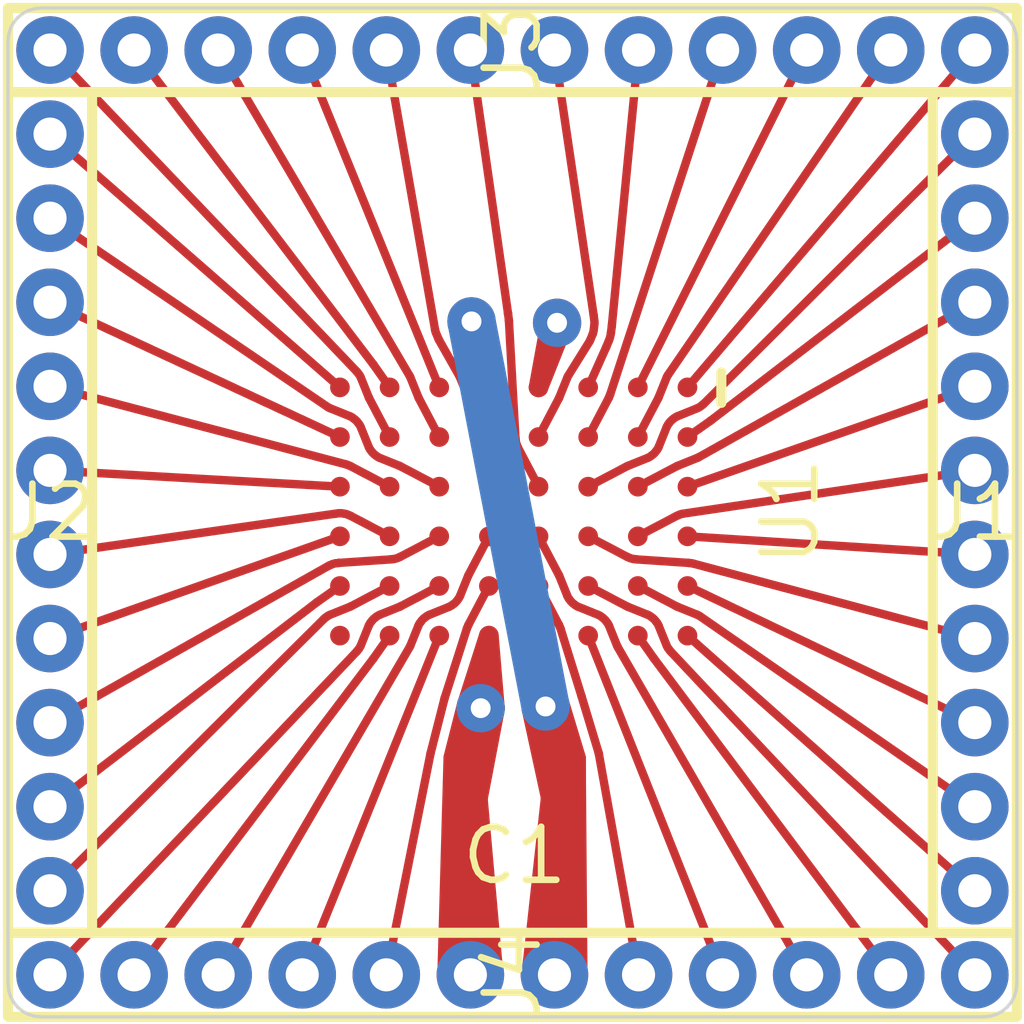
<source format=kicad_pcb>
(kicad_pcb (version 20221018) (generator jitx)
  (layers (0 F.Cu signal) (31 B.Cu signal) (34 "B.Paste" user) (35 "F.Paste" user) (36 "B.SilkS" user "B.Silkscreen") (37 "F.SilkS" user "F.Silkscreen") (38 "B.Mask" user) (39 "F.Mask" user) (44 "Edge.Cuts" user))
  (net 1 "escape26_p")
  (net 2 "escape30_p")
  (net 3 "escape21_p")
  (net 4 "escape17_p")
  (net 5 "escape11_p")
  (net 6 "gnd")
  (net 7 "escape31_p")
  (net 8 "escape36_p")
  (net 9 "escape7_p")
  (net 10 "escape0_p")
  (net 11 "escape25_p")
  (net 12 "escape38_p")
  (net 13 "escape18_p")
  (net 14 "escape3_p")
  (net 15 "escape39_p")
  (net 16 "escape13_p")
  (net 17 "escape33_p")
  (net 18 "escape19_p")
  (net 19 "escape29_p")
  (net 20 "escape1_p")
  (net 21 "escape16_p")
  (net 22 "escape41_p")
  (net 23 "escape28_p")
  (net 24 "escape32_p")
  (net 25 "escape27_p")
  (net 26 "escape9_p")
  (net 27 "escape42_p")
  (net 28 "escape23_p")
  (net 29 "escape5_p")
  (net 30 "escape4_p")
  (net 31 "escape8_p")
  (net 32 "escape34_p")
  (net 33 "escape40_p")
  (net 34 "escape2_p")
  (net 35 "escape12_p")
  (net 36 "escape6_p")
  (net 37 "escape20_p")
  (net 38 "escape22_p")
  (net 39 "escape35_p")
  (net 40 "escape15_p")
  (net 41 "escape10_p")
  (net 42 "escape14_p")
  (net 43 "escape43_p")
  (net 44 "escape24_p")
  (footprint "two-layer:dummy0" (layer F.Cu) (at 138.922138518044 111.613107795784 0.0))
  (footprint "two-layer:dummy1" (layer F.Cu) (at 139.020554608917 110.517156120321 0.0))
  (footprint "two-layer:dummy2" (layer F.Cu) (at 138.865 113.58466298777 0.0))
  (footprint "two-layer:dummy3" (layer F.Cu) (at 140.08501213039 105.572730389646 0.0))
  (footprint "two-layer:dummy4" (layer F.Cu) (at 139.441189078856 108.022815843429 0.0))
  (footprint "two-layer:dummy5" (layer F.Cu) (at 140.135 113.58466298777 0.0))
  (footprint "two-layer:dummy6" (layer F.Cu) (at 140.122043369987 111.60023983014 0.0))
  (footprint "two-layer:dummy7" (layer F.Cu) (at 138.962531070267 105.562200313368 0.0))
  (footprint "two-layer:dummy8" (layer F.Cu) (at 140.000364312803 110.504288154677 0.0))
  (footprint "two-layer:LP_MY_COMPONENT" (layer F.Cu) (at 139.519298295625 107.986172624616 270.0)
    (fp_text value "~" hide)
    (fp_text reference "U1")
  )
  (footprint "two-layer:Pkg0603" (layer F.Cu) (at 139.533722427171 112.159325975541 270.0)
    (fp_text value "22u" hide)
    (fp_text reference "C1")
  )
  (footprint "two-layer:PIN_GRID_1" (layer F.Cu) (at 146.485 108.0 0.0)
    (fp_text value "~" hide)
    (fp_text reference "J1")
  )
  (footprint "two-layer:PIN_GRID_1" (layer F.Cu) (at 132.515 108.0 0.0)
    (fp_text value "~" hide)
    (fp_text reference "J2")
  )
  (footprint "two-layer:PIN_GRID" (layer F.Cu) (at 139.5 101.015 90.0)
    (fp_text value "~" hide)
    (fp_text reference "J3")
  )
  (footprint "two-layer:PIN_GRID" (layer F.Cu) (at 139.5 114.985 90.0)
    (fp_text value "~" hide)
    (fp_text reference "J4")
  )
  (segment (start 140.644298295625 109.861172624616) (end 142.675 114.985) (layer F.Cu) (width 0.127) (net 33))
  (segment (start 141.394298295625 107.611172624616) (end 141.976587966564 107.304900602358) (layer F.Cu) (width 0.127) (net 34))
  (arc (start 141.976587966564 107.304900602358) (mid 141.985656638786 107.30041899424) (end 141.994939803169 107.296400476326) (layer F.Cu) (width 0.127) (net 34))
  (segment (start 141.994939803169 107.296400476326) (end 142.29365678808 107.175944772905) (layer F.Cu) (width 0.127) (net 34))
  (arc (start 142.29365678808 107.175944772905) (mid 142.305415888208 107.170758868596) (end 142.316818590616 107.164830258547) (layer F.Cu) (width 0.127) (net 34))
  (segment (start 142.316818590616 107.164830258547) (end 146.485 104.825) (layer F.Cu) (width 0.127) (net 34))
  (segment (start 136.894298295625 106.861172624616) (end 132.515 104.825) (layer F.Cu) (width 0.127) (net 35))
  (segment (start 140.644298295625 108.361172624616) (end 141.226587966564 108.667444646873) (layer F.Cu) (width 0.127) (net 36))
  (arc (start 141.226587966564 108.667444646873) (mid 141.234802521942 108.671528208417) (end 141.243195267436 108.675231749697) (layer F.Cu) (width 0.127) (net 36))
  (segment (start 141.243195267436 108.675231749697) (end 141.279070934476 108.690091937545) (layer F.Cu) (width 0.127) (net 36))
  (arc (start 141.279070934477 108.690091937545) (mid 141.303905744123 108.698522219447) (end 141.329628461126 108.703638785982) (layer F.Cu) (width 0.127) (net 36))
  (segment (start 141.329628461126 108.703638785981) (end 141.368127794085 108.708707319321) (layer F.Cu) (width 0.127) (net 36))
  (arc (start 141.368127794085 108.708707319321) (mid 141.374456321481 108.709438403596) (end 141.38080488063 108.709968063833) (layer F.Cu) (width 0.127) (net 36))
  (segment (start 141.38080488063 108.709968063833) (end 142.157791710619 108.762377185398) (layer F.Cu) (width 0.127) (net 36))
  (arc (start 142.157791710619 108.762377185398) (mid 142.164140269768 108.762906845635) (end 142.170468797165 108.76363792991) (layer F.Cu) (width 0.127) (net 36))
  (segment (start 142.170468797165 108.76363792991) (end 142.208968130124 108.76870646325) (layer F.Cu) (width 0.127) (net 36))
  (arc (start 142.208968130124 108.76870646325) (mid 142.221747178623 108.770810750818) (end 142.234363713455 108.773735670572) (layer F.Cu) (width 0.127) (net 36))
  (segment (start 142.234363713455 108.773735670572) (end 146.485 109.905) (layer F.Cu) (width 0.127) (net 36))
  (segment (start 137.644298295625 106.861172624616) (end 137.338026273367 106.278882953677) (layer F.Cu) (width 0.127) (net 37))
  (arc (start 137.338026273367 106.278882953677) (mid 137.333544665249 106.269814281455) (end 137.329526147335 106.260531117071) (layer F.Cu) (width 0.127) (net 37))
  (segment (start 137.329526147335 106.260531117071) (end 137.209070443914 105.96181413216) (layer F.Cu) (width 0.127) (net 37))
  (arc (start 137.209070443914 105.96181413216) (mid 137.197226906168 105.937364797855) (end 137.182186919166 105.914740958099) (layer F.Cu) (width 0.127) (net 37))
  (segment (start 137.182186919166 105.914740958099) (end 137.158547774055 105.883933824398) (layer F.Cu) (width 0.127) (net 37))
  (arc (start 137.158547774055 105.883933824398) (mid 137.15176835571 105.875573323801) (end 137.144550038399 105.867588689902) (layer F.Cu) (width 0.127) (net 37))
  (segment (start 137.144550038399 105.867588689902) (end 132.515 101.015) (layer F.Cu) (width 0.127) (net 37))
  (segment (start 138.394298295625 106.861172624616) (end 138.088026273367 106.278882953677) (layer F.Cu) (width 0.127) (net 38))
  (arc (start 138.088026273367 106.278882953677) (mid 138.083544665249 106.269814281455) (end 138.079526147335 106.260531117071) (layer F.Cu) (width 0.127) (net 38))
  (segment (start 138.079526147335 106.260531117071) (end 137.959070443914 105.96181413216) (layer F.Cu) (width 0.127) (net 38))
  (arc (start 137.959070443914 105.96181413216) (mid 137.953020843684 105.948277664586) (end 137.94598745985 105.935225265221) (layer F.Cu) (width 0.127) (net 38))
  (segment (start 137.94598745985 105.935225265221) (end 135.055 101.015) (layer F.Cu) (width 0.127) (net 38))
  (segment (start 138.394298295625 109.861172624616) (end 136.325 114.985) (layer F.Cu) (width 0.127) (net 39))
  (segment (start 137.644298295625 108.361172624616) (end 137.062008624686 108.054900602358) (layer F.Cu) (width 0.127) (net 40))
  (arc (start 137.062008624686 108.054900602358) (mid 137.053794069308 108.050817040814) (end 137.045401323814 108.047113499534) (layer F.Cu) (width 0.127) (net 40))
  (segment (start 137.045401323814 108.047113499534) (end 137.009525656773 108.032253311687) (layer F.Cu) (width 0.127) (net 40))
  (arc (start 137.009525656773 108.032253311687) (mid 136.984690847127 108.023823029784) (end 136.958968130124 108.01870646325) (layer F.Cu) (width 0.127) (net 40))
  (segment (start 136.958968130124 108.01870646325) (end 136.920468797165 108.01363792991) (layer F.Cu) (width 0.127) (net 40))
  (arc (start 136.920468797165 108.01363792991) (mid 136.894298295625 108.011922624616) (end 136.868127794085 108.01363792991) (layer F.Cu) (width 0.127) (net 40))
  (segment (start 136.868127794085 108.01363792991) (end 136.829628461126 108.01870646325) (layer F.Cu) (width 0.127) (net 40))
  (arc (start 136.829628461126 108.01870646325) (mid 136.828537382152 108.018853154975) (end 136.827447125071 108.019005835311) (layer F.Cu) (width 0.127) (net 40))
  (segment (start 136.827447125071 108.019005835311) (end 132.515 108.635) (layer F.Cu) (width 0.127) (net 40))
  (segment (start 136.894298295625 106.111172624616) (end 132.515 102.285) (layer F.Cu) (width 0.127) (net 41))
  (segment (start 136.894298295625 107.611172624616) (end 132.515 107.365) (layer F.Cu) (width 0.127) (net 42))
  (segment (start 140.644298295625 109.111172624616) (end 141.226587966564 109.417444646873) (layer F.Cu) (width 0.127) (net 43))
  (arc (start 141.226587966564 109.417444646873) (mid 141.235656638786 109.421926254991) (end 141.244939803169 109.425944772905) (layer F.Cu) (width 0.127) (net 43))
  (segment (start 141.244939803169 109.425944772905) (end 141.54365678808 109.546400476326) (layer F.Cu) (width 0.127) (net 43))
  (arc (start 141.54365678808 109.546400476326) (mid 141.568106122386 109.558244014072) (end 141.590729962141 109.573284001074) (layer F.Cu) (width 0.127) (net 43))
  (segment (start 141.590729962141 109.573284001074) (end 141.621537095842 109.596923146186) (layer F.Cu) (width 0.127) (net 43))
  (arc (start 141.621537095842 109.596923146186) (mid 141.641255338954 109.614215581286) (end 141.658547774055 109.633933824398) (layer F.Cu) (width 0.127) (net 43))
  (segment (start 141.658547774055 109.633933824398) (end 141.682186919166 109.664740958099) (layer F.Cu) (width 0.127) (net 43))
  (arc (start 141.682186919166 109.664740958099) (mid 141.697226906168 109.687364797855) (end 141.709070443914 109.71181413216) (layer F.Cu) (width 0.127) (net 43))
  (segment (start 141.709070443914 109.71181413216) (end 141.829526147335 110.010531117071) (layer F.Cu) (width 0.127) (net 43))
  (arc (start 141.829526147335 110.010531117071) (mid 141.841369685081 110.034980451376) (end 141.856409672083 110.057604291132) (layer F.Cu) (width 0.127) (net 43))
  (segment (start 141.856409672083 110.057604291132) (end 141.880048817195 110.088411424833) (layer F.Cu) (width 0.127) (net 43))
  (arc (start 141.880048817195 110.088411424833) (mid 141.886371649641 110.096236873974) (end 141.893079060985 110.103735306975) (layer F.Cu) (width 0.127) (net 43))
  (segment (start 141.893079060985 110.103735306975) (end 146.485 114.985) (layer F.Cu) (width 0.127) (net 43))
  (segment (start 139.144298295625 106.861172624616) (end 138.838026273367 106.278882953677) (layer F.Cu) (width 0.127) (net 44))
  (arc (start 138.838026273367 106.278882953677) (mid 138.833544665249 106.269814281455) (end 138.829526147335 106.260531117071) (layer F.Cu) (width 0.127) (net 44))
  (segment (start 138.829526147335 106.260531117071) (end 138.709070443914 105.96181413216) (layer F.Cu) (width 0.127) (net 44))
  (arc (start 138.709070443914 105.96181413216) (mid 138.703777381034 105.94983207445) (end 138.69771321871 105.938221210704) (layer F.Cu) (width 0.127) (net 44))
  (segment (start 138.69771321871 105.938221210704) (end 138.391320928255 105.395554416031) (layer F.Cu) (width 0.127) (net 44))
  (arc (start 138.391320928255 105.395554416031) (mid 138.385667482715 105.384791649203) (end 138.380676726259 105.373706030309) (layer F.Cu) (width 0.127) (net 44))
  (segment (start 138.380676726259 105.373706030309) (end 138.344213072044 105.285674981771) (layer F.Cu) (width 0.127) (net 44))
  (arc (start 138.344213072044 105.285674981771) (mid 138.33690535511 105.264861675175) (end 138.331928270177 105.243371559219) (layer F.Cu) (width 0.127) (net 44))
  (segment (start 138.331928270177 105.243371559219) (end 137.595 101.015) (layer F.Cu) (width 0.127) (net 44))
  (segment (start 139.894298295625 106.861172624616) (end 140.200570317882 106.278882953677) (layer F.Cu) (width 0.127) (net 1))
  (arc (start 140.200570317882 106.278882953677) (mid 140.205051926 106.269814281455) (end 140.209070443914 106.260531117071) (layer F.Cu) (width 0.127) (net 1))
  (segment (start 140.209070443914 106.260531117071) (end 140.329526147335 105.96181413216) (layer F.Cu) (width 0.127) (net 1))
  (arc (start 140.329526147335 105.96181413216) (mid 140.336723243493 105.945982766116) (end 140.345265121466 105.930834608979) (layer F.Cu) (width 0.127) (net 1))
  (segment (start 140.345265121466 105.930834608979) (end 140.660787132882 105.424001170313) (layer F.Cu) (width 0.127) (net 1))
  (arc (start 140.660787132882 105.424001170313) (mid 140.66890022408 105.409692118987) (end 140.675813083804 105.394766182866) (layer F.Cu) (width 0.127) (net 1))
  (segment (start 140.675813083804 105.394766182866) (end 140.712276738018 105.306735134329) (layer F.Cu) (width 0.127) (net 1))
  (arc (start 140.712276738018 105.306735134329) (mid 140.720707019921 105.281900324682) (end 140.725823586455 105.25617760768) (layer F.Cu) (width 0.127) (net 1))
  (segment (start 140.725823586455 105.25617760768) (end 140.73826065986 105.161708656217) (layer F.Cu) (width 0.127) (net 1))
  (arc (start 140.73826065986 105.161708656217) (mid 140.739975965154 105.135538154677) (end 140.73826065986 105.109367653137) (layer F.Cu) (width 0.127) (net 1))
  (segment (start 140.73826065986 105.109367653137) (end 140.725823586455 105.014898701674) (layer F.Cu) (width 0.127) (net 1))
  (arc (start 140.725823586455 105.014898701674) (mid 140.72561125305 105.013333534347) (end 140.725386596212 105.0117700883) (layer F.Cu) (width 0.127) (net 1))
  (segment (start 140.725386596212 105.0117700883) (end 140.135 101.015) (layer F.Cu) (width 0.127) (net 1))
  (segment (start 141.394298295625 106.861172624616) (end 141.700570317882 106.278882953677) (layer F.Cu) (width 0.127) (net 2))
  (arc (start 141.700570317882 106.278882953677) (mid 141.705051926 106.269814281455) (end 141.709070443914 106.260531117071) (layer F.Cu) (width 0.127) (net 2))
  (segment (start 141.709070443914 106.260531117071) (end 141.829526147335 105.96181413216) (layer F.Cu) (width 0.127) (net 2))
  (arc (start 141.829526147335 105.96181413216) (mid 141.838770218041 105.942061373539) (end 141.850104973515 105.923429475227) (layer F.Cu) (width 0.127) (net 2))
  (segment (start 141.850104973515 105.923429475227) (end 145.215 101.015) (layer F.Cu) (width 0.127) (net 2))
  (segment (start 137.644298295625 106.111172624616) (end 137.402542173417 105.768844753043) (layer F.Cu) (width 0.127) (net 3))
  (arc (start 137.402542173417 105.768844753043) (mid 137.397705540979 105.762123993427) (end 137.392749877247 105.7554905162) (layer F.Cu) (width 0.127) (net 3))
  (segment (start 137.392749877247 105.7554905162) (end 133.785 101.015) (layer F.Cu) (width 0.127) (net 3))
  (segment (start 138.394298295625 108.361172624616) (end 137.812008624686 108.667444646873) (layer F.Cu) (width 0.127) (net 4))
  (arc (start 137.812008624686 108.667444646873) (mid 137.803794069308 108.671528208417) (end 137.795401323814 108.675231749697) (layer F.Cu) (width 0.127) (net 4))
  (segment (start 137.795401323814 108.675231749697) (end 137.759525656773 108.690091937545) (layer F.Cu) (width 0.127) (net 4))
  (arc (start 137.759525656773 108.690091937545) (mid 137.734690847127 108.698522219447) (end 137.708968130124 108.703638785982) (layer F.Cu) (width 0.127) (net 4))
  (segment (start 137.708968130124 108.703638785981) (end 137.670468797165 108.708707319321) (layer F.Cu) (width 0.127) (net 4))
  (arc (start 137.670468797165 108.708707319321) (mid 137.664140269768 108.709438403596) (end 137.657791710619 108.709968063833) (layer F.Cu) (width 0.127) (net 4))
  (segment (start 137.657791710619 108.709968063833) (end 136.88080488063 108.762377185398) (layer F.Cu) (width 0.127) (net 4))
  (arc (start 136.88080488063 108.762377185398) (mid 136.874456321481 108.762906845635) (end 136.868127794085 108.76363792991) (layer F.Cu) (width 0.127) (net 4))
  (segment (start 136.868127794085 108.76363792991) (end 136.829628461126 108.76870646325) (layer F.Cu) (width 0.127) (net 4))
  (arc (start 136.829628461126 108.76870646325) (mid 136.803905744123 108.773823029784) (end 136.779070934477 108.782253311687) (layer F.Cu) (width 0.127) (net 4))
  (segment (start 136.779070934476 108.782253311687) (end 136.743195267436 108.797113499534) (layer F.Cu) (width 0.127) (net 4))
  (arc (start 136.743195267436 108.797113499534) (mid 136.732234560604 108.802043454266) (end 136.721588923868 108.807621264445) (layer F.Cu) (width 0.127) (net 4))
  (segment (start 136.721588923868 108.807621264445) (end 132.515 111.175) (layer F.Cu) (width 0.127) (net 4))
  (segment (start 138.394298295625 107.611172624616) (end 137.812008624686 107.304900602358) (layer F.Cu) (width 0.127) (net 5))
  (arc (start 137.812008624686 107.304900602358) (mid 137.802939952464 107.30041899424) (end 137.79365678808 107.296400476326) (layer F.Cu) (width 0.127) (net 5))
  (segment (start 137.79365678808 107.296400476326) (end 137.494939803169 107.175944772905) (layer F.Cu) (width 0.127) (net 5))
  (arc (start 137.494939803169 107.175944772905) (mid 137.470490468864 107.164101235159) (end 137.447866629108 107.149061248157) (layer F.Cu) (width 0.127) (net 5))
  (segment (start 137.447866629108 107.149061248157) (end 137.417059495407 107.125422103045) (layer F.Cu) (width 0.127) (net 5))
  (arc (start 137.417059495407 107.125422103045) (mid 137.397341252295 107.108129667945) (end 137.380048817195 107.088411424833) (layer F.Cu) (width 0.127) (net 5))
  (segment (start 137.380048817195 107.088411424833) (end 137.356409672083 107.057604291132) (layer F.Cu) (width 0.127) (net 5))
  (arc (start 137.356409672083 107.057604291132) (mid 137.341369685081 107.034980451376) (end 137.329526147335 107.010531117071) (layer F.Cu) (width 0.127) (net 5))
  (segment (start 137.329526147335 107.010531117071) (end 137.209070443914 106.71181413216) (layer F.Cu) (width 0.127) (net 5))
  (arc (start 137.209070443914 106.71181413216) (mid 137.197226906168 106.687364797855) (end 137.182186919166 106.664740958099) (layer F.Cu) (width 0.127) (net 5))
  (segment (start 137.182186919166 106.664740958099) (end 137.158547774055 106.633933824398) (layer F.Cu) (width 0.127) (net 5))
  (arc (start 137.158547774055 106.633933824398) (mid 137.141255338954 106.614215581286) (end 137.121537095842 106.596923146186) (layer F.Cu) (width 0.127) (net 5))
  (segment (start 137.121537095842 106.596923146186) (end 137.090729962141 106.573284001074) (layer F.Cu) (width 0.127) (net 5))
  (arc (start 137.090729962141 106.573284001074) (mid 137.068106122386 106.558244014072) (end 137.04365678808 106.546400476326) (layer F.Cu) (width 0.127) (net 5))
  (segment (start 137.04365678808 106.546400476326) (end 136.744939803169 106.425944772905) (layer F.Cu) (width 0.127) (net 5))
  (arc (start 136.744939803169 106.425944772905) (mid 136.725519106769 106.416878326503) (end 136.707177156801 106.405790640973) (layer F.Cu) (width 0.127) (net 5))
  (segment (start 136.707177156801 106.405790640973) (end 132.515 103.555) (layer F.Cu) (width 0.127) (net 5))
  (segment (start 142.144298295625 106.111172624616) (end 146.485 101.015) (layer F.Cu) (width 0.127) (net 7))
  (segment (start 139.144298295625 109.111172624616) (end 138.838026273367 109.693462295555) (layer F.Cu) (width 0.127) (net 8))
  (arc (start 138.838026273367 109.693462295555) (mid 138.833942711823 109.701676850933) (end 138.830239170543 109.710069596426) (layer F.Cu) (width 0.127) (net 8))
  (segment (start 138.830239170543 109.710069596426) (end 138.815378982696 109.745945263467) (layer F.Cu) (width 0.127) (net 8))
  (arc (start 138.815378982696 109.745945263467) (mid 138.812352478054 109.75370384787) (end 138.809650775926 109.761581421601) (layer F.Cu) (width 0.127) (net 8))
  (segment (start 138.809650775926 109.761581421601) (end 138.477025629283 110.801328794509) (layer F.Cu) (width 0.127) (net 8))
  (arc (start 138.477025629283 110.801328794509) (mid 138.475270676939 110.807113666053) (end 138.473690920306 110.812948815193) (layer F.Cu) (width 0.127) (net 8))
  (segment (start 138.473690920306 110.812948815193) (end 138.264421665155 111.634854126169) (layer F.Cu) (width 0.127) (net 8))
  (arc (start 138.264421665155 111.634854126169) (mid 138.263197306482 111.639939297589) (end 138.262106011176 111.645054676078) (layer F.Cu) (width 0.127) (net 8))
  (segment (start 138.262106011176 111.645054676078) (end 137.595 114.985) (layer F.Cu) (width 0.127) (net 8))
  (segment (start 142.144298295625 109.111172624616) (end 146.485 111.175) (layer F.Cu) (width 0.127) (net 9))
  (segment (start 140.644298295625 107.611172624616) (end 141.226587966564 107.304900602358) (layer F.Cu) (width 0.127) (net 10))
  (arc (start 141.226587966564 107.304900602358) (mid 141.235656638786 107.30041899424) (end 141.244939803169 107.296400476326) (layer F.Cu) (width 0.127) (net 10))
  (segment (start 141.244939803169 107.296400476326) (end 141.54365678808 107.175944772905) (layer F.Cu) (width 0.127) (net 10))
  (arc (start 141.54365678808 107.175944772905) (mid 141.568106122386 107.164101235159) (end 141.590729962141 107.149061248157) (layer F.Cu) (width 0.127) (net 10))
  (segment (start 141.590729962141 107.149061248157) (end 141.621537095842 107.125422103045) (layer F.Cu) (width 0.127) (net 10))
  (arc (start 141.621537095842 107.125422103045) (mid 141.641255338954 107.108129667945) (end 141.658547774055 107.088411424833) (layer F.Cu) (width 0.127) (net 10))
  (segment (start 141.658547774055 107.088411424833) (end 141.682186919166 107.057604291132) (layer F.Cu) (width 0.127) (net 10))
  (arc (start 141.682186919166 107.057604291132) (mid 141.697226906168 107.034980451376) (end 141.709070443914 107.010531117071) (layer F.Cu) (width 0.127) (net 10))
  (segment (start 141.709070443914 107.010531117071) (end 141.829526147335 106.71181413216) (layer F.Cu) (width 0.127) (net 10))
  (arc (start 141.829526147335 106.71181413216) (mid 141.841369685081 106.687364797855) (end 141.856409672083 106.664740958099) (layer F.Cu) (width 0.127) (net 10))
  (segment (start 141.856409672083 106.664740958099) (end 141.880048817195 106.633933824398) (layer F.Cu) (width 0.127) (net 10))
  (arc (start 141.880048817195 106.633933824398) (mid 141.897341252295 106.614215581286) (end 141.917059495407 106.596923146186) (layer F.Cu) (width 0.127) (net 10))
  (segment (start 141.917059495407 106.596923146186) (end 141.947866629108 106.573284001074) (layer F.Cu) (width 0.127) (net 10))
  (arc (start 141.947866629108 106.573284001074) (mid 141.970490468864 106.558244014072) (end 141.994939803169 106.546400476326) (layer F.Cu) (width 0.127) (net 10))
  (segment (start 141.994939803169 106.546400476326) (end 142.29365678808 106.425944772905) (layer F.Cu) (width 0.127) (net 10))
  (arc (start 142.29365678808 106.425944772905) (mid 142.318106122386 106.414101235159) (end 142.340729962141 106.399061248157) (layer F.Cu) (width 0.127) (net 10))
  (segment (start 142.340729962141 106.399061248157) (end 142.371537095842 106.375422103045) (layer F.Cu) (width 0.127) (net 10))
  (arc (start 142.371537095842 106.375422103045) (mid 142.381488913351 106.367265361475) (end 142.390897032984 106.358487070653) (layer F.Cu) (width 0.127) (net 10))
  (segment (start 142.390897032984 106.358487070653) (end 146.485 102.285) (layer F.Cu) (width 0.127) (net 10))
  (segment (start 139.894298295625 107.611172624616) (end 139.588026273367 107.028882953677) (layer F.Cu) (width 0.127) (net 11))
  (arc (start 139.588026273367 107.028882953677) (mid 139.583942711823 107.020668398299) (end 139.580239170543 107.012275652805) (layer F.Cu) (width 0.127) (net 11))
  (segment (start 139.580239170543 107.012275652805) (end 139.565378982696 106.976399985764) (layer F.Cu) (width 0.127) (net 11))
  (arc (start 139.565378982696 106.976399985764) (mid 139.556948700793 106.951565176118) (end 139.551832134259 106.925842459115) (layer F.Cu) (width 0.127) (net 11))
  (segment (start 139.551832134259 106.925842459115) (end 139.546763600919 106.887343126156) (layer F.Cu) (width 0.127) (net 11))
  (arc (start 139.546763600919 106.887343126156) (mid 139.545917800304 106.879825113402) (end 139.545356227522 106.872280543802) (layer F.Cu) (width 0.127) (net 11))
  (segment (start 139.545356227522 106.872280543802) (end 139.447205913011 105.103370082933) (layer F.Cu) (width 0.127) (net 11))
  (arc (start 139.447205913011 105.103370082933) (mid 139.446644340229 105.095825513333) (end 139.445798539614 105.088307500579) (layer F.Cu) (width 0.127) (net 11))
  (segment (start 139.445798539614 105.088307500579) (end 139.433361466209 104.993838549117) (layer F.Cu) (width 0.127) (net 11))
  (arc (start 139.433361466209 104.993838549117) (mid 139.433214665347 104.992746674944) (end 139.433061867142 104.991655623885) (layer F.Cu) (width 0.127) (net 11))
  (segment (start 139.433061867142 104.991655623885) (end 138.865 101.015) (layer F.Cu) (width 0.127) (net 11))
  (segment (start 136.894298295625 109.111172624616) (end 136.551970424052 109.352928746824) (layer F.Cu) (width 0.127) (net 13))
  (arc (start 136.551970424052 109.352928746824) (mid 136.544658695942 109.358199437934) (end 136.537450614929 109.363611010796) (layer F.Cu) (width 0.127) (net 13))
  (segment (start 136.537450614929 109.363611010796) (end 132.515 112.445) (layer F.Cu) (width 0.127) (net 13))
  (segment (start 142.144298295625 107.611172624616) (end 146.485 106.095) (layer F.Cu) (width 0.127) (net 14))
  (segment (start 139.894298295625 109.111172624616) (end 140.200570317882 109.693462295555) (layer F.Cu) (width 0.127) (net 15))
  (arc (start 140.200570317882 109.693462295555) (mid 140.204653879426 109.701676850933) (end 140.208357420706 109.710069596426) (layer F.Cu) (width 0.127) (net 15))
  (segment (start 140.208357420706 109.710069596426) (end 140.223217608554 109.745945263467) (layer F.Cu) (width 0.127) (net 15))
  (arc (start 140.223217608554 109.745945263467) (mid 140.226534577005 109.754501949833) (end 140.229456524819 109.763201454544) (layer F.Cu) (width 0.127) (net 15))
  (segment (start 140.229456524819 109.763201454544) (end 140.544404001932 110.777212896164) (layer F.Cu) (width 0.127) (net 15))
  (arc (start 140.544404001932 110.777212896164) (mid 140.544642305691 110.777985641661) (end 140.544877490884 110.778759341998) (layer F.Cu) (width 0.127) (net 15))
  (segment (start 140.544877490884 110.778759341998) (end 140.800672678656 111.626400584263) (layer F.Cu) (width 0.127) (net 15))
  (arc (start 140.800672678656 111.626400584263) (mid 140.803694714931 111.63757068701) (end 140.806067313716 111.648896527979) (layer F.Cu) (width 0.127) (net 15))
  (segment (start 140.806067313716 111.648896527979) (end 141.405 114.985) (layer F.Cu) (width 0.127) (net 15))
  (segment (start 137.644298295625 107.611172624616) (end 137.062008624686 107.304900602358) (layer F.Cu) (width 0.127) (net 16))
  (arc (start 137.062008624686 107.304900602358) (mid 137.053794069308 107.300817040814) (end 137.045401323814 107.297113499534) (layer F.Cu) (width 0.127) (net 16))
  (segment (start 137.045401323814 107.297113499534) (end 137.009525656773 107.282253311687) (layer F.Cu) (width 0.127) (net 16))
  (arc (start 137.009525656773 107.282253311687) (mid 136.996872620501 107.277505249502) (end 136.983928469728 107.273620357978) (layer F.Cu) (width 0.127) (net 16))
  (segment (start 136.983928469728 107.273620357978) (end 132.515 106.095) (layer F.Cu) (width 0.127) (net 16))
  (segment (start 137.644298295625 109.861172624616) (end 137.402542173417 110.203500496188) (layer F.Cu) (width 0.127) (net 17))
  (arc (start 137.402542173417 110.203500496188) (mid 137.398089818945 110.209696426791) (end 137.393536295935 110.215818390903) (layer F.Cu) (width 0.127) (net 17))
  (segment (start 137.393536295935 110.215818390903) (end 133.785 114.985) (layer F.Cu) (width 0.127) (net 17))
  (segment (start 137.644298295625 109.111172624616) (end 137.062008624686 109.417444646873) (layer F.Cu) (width 0.127) (net 18))
  (arc (start 137.062008624686 109.417444646873) (mid 137.052939952464 109.421926254991) (end 137.04365678808 109.425944772905) (layer F.Cu) (width 0.127) (net 18))
  (segment (start 137.04365678808 109.425944772905) (end 136.744939803169 109.546400476326) (layer F.Cu) (width 0.127) (net 18))
  (arc (start 136.744939803169 109.546400476326) (mid 136.720490468864 109.558244014072) (end 136.697866629108 109.573284001074) (layer F.Cu) (width 0.127) (net 18))
  (segment (start 136.697866629108 109.573284001074) (end 136.667059495407 109.596923146186) (layer F.Cu) (width 0.127) (net 18))
  (arc (start 136.667059495407 109.596923146186) (mid 136.657206441975 109.604993551265) (end 136.647885664251 109.613673251876) (layer F.Cu) (width 0.127) (net 18))
  (segment (start 136.647885664251 109.613673251876) (end 132.515 113.715) (layer F.Cu) (width 0.127) (net 18))
  (segment (start 141.394298295625 106.111172624616) (end 143.945 101.015) (layer F.Cu) (width 0.127) (net 19))
  (segment (start 142.144298295625 106.861172624616) (end 142.486626167197 106.619416502407) (layer F.Cu) (width 0.127) (net 20))
  (arc (start 142.486626167197 106.619416502407) (mid 142.49399446339 106.61410418741) (end 142.501257469417 106.608648802653) (layer F.Cu) (width 0.127) (net 20))
  (segment (start 142.501257469417 106.608648802653) (end 146.485 103.555) (layer F.Cu) (width 0.127) (net 20))
  (segment (start 136.894298295625 108.361172624616) (end 132.515 109.905) (layer F.Cu) (width 0.127) (net 21))
  (segment (start 139.894298295625 108.361172624616) (end 140.200570317882 108.943462295555) (layer F.Cu) (width 0.127) (net 22))
  (arc (start 140.200570317882 108.943462295555) (mid 140.205051926 108.952530967776) (end 140.209070443914 108.96181413216) (layer F.Cu) (width 0.127) (net 22))
  (segment (start 140.209070443914 108.96181413216) (end 140.329526147335 109.260531117071) (layer F.Cu) (width 0.127) (net 22))
  (arc (start 140.329526147335 109.260531117071) (mid 140.341369685081 109.284980451376) (end 140.356409672083 109.307604291132) (layer F.Cu) (width 0.127) (net 22))
  (segment (start 140.356409672083 109.307604291132) (end 140.380048817195 109.338411424833) (layer F.Cu) (width 0.127) (net 22))
  (arc (start 140.380048817195 109.338411424833) (mid 140.397341252295 109.358129667945) (end 140.417059495407 109.375422103045) (layer F.Cu) (width 0.127) (net 22))
  (segment (start 140.417059495407 109.375422103045) (end 140.447866629108 109.399061248157) (layer F.Cu) (width 0.127) (net 22))
  (arc (start 140.447866629108 109.399061248157) (mid 140.470490468864 109.414101235159) (end 140.494939803169 109.425944772905) (layer F.Cu) (width 0.127) (net 22))
  (segment (start 140.494939803169 109.425944772905) (end 140.79365678808 109.546400476326) (layer F.Cu) (width 0.127) (net 22))
  (arc (start 140.79365678808 109.546400476326) (mid 140.818106122386 109.558244014072) (end 140.840729962141 109.573284001074) (layer F.Cu) (width 0.127) (net 22))
  (segment (start 140.840729962141 109.573284001074) (end 140.871537095842 109.596923146186) (layer F.Cu) (width 0.127) (net 22))
  (arc (start 140.871537095842 109.596923146186) (mid 140.891255338954 109.614215581286) (end 140.908547774055 109.633933824398) (layer F.Cu) (width 0.127) (net 22))
  (segment (start 140.908547774055 109.633933824398) (end 140.932186919166 109.664740958099) (layer F.Cu) (width 0.127) (net 22))
  (arc (start 140.932186919166 109.664740958099) (mid 140.947226906168 109.687364797855) (end 140.959070443914 109.71181413216) (layer F.Cu) (width 0.127) (net 22))
  (segment (start 140.959070443914 109.71181413216) (end 141.079526147335 110.010531117071) (layer F.Cu) (width 0.127) (net 22))
  (arc (start 141.079526147335 110.010531117071) (mid 141.085210877822 110.02332216041) (end 141.091774184808 110.03568541046) (layer F.Cu) (width 0.127) (net 22))
  (segment (start 141.091774184808 110.03568541046) (end 143.945 114.985) (layer F.Cu) (width 0.127) (net 22))
  (segment (start 140.644298295625 106.861172624616) (end 140.950570317882 106.278882953677) (layer F.Cu) (width 0.127) (net 23))
  (arc (start 140.950570317882 106.278882953677) (mid 140.954653879426 106.270668398299) (end 140.958357420706 106.262275652805) (layer F.Cu) (width 0.127) (net 23))
  (segment (start 140.958357420706 106.262275652805) (end 140.973217608554 106.226399985764) (layer F.Cu) (width 0.127) (net 23))
  (arc (start 140.973217608554 106.226399985764) (mid 140.976039717889 106.219196795571) (end 140.978581843011 106.211890096595) (layer F.Cu) (width 0.127) (net 23))
  (segment (start 140.978581843011 106.211890096595) (end 142.675 101.015) (layer F.Cu) (width 0.127) (net 23))
  (segment (start 138.394298295625 109.111172624616) (end 137.812008624686 109.417444646873) (layer F.Cu) (width 0.127) (net 24))
  (arc (start 137.812008624686 109.417444646873) (mid 137.802939952464 109.421926254991) (end 137.79365678808 109.425944772905) (layer F.Cu) (width 0.127) (net 24))
  (segment (start 137.79365678808 109.425944772905) (end 137.494939803169 109.546400476326) (layer F.Cu) (width 0.127) (net 24))
  (arc (start 137.494939803169 109.546400476326) (mid 137.470490468864 109.558244014072) (end 137.447866629108 109.573284001074) (layer F.Cu) (width 0.127) (net 24))
  (segment (start 137.447866629108 109.573284001074) (end 137.417059495407 109.596923146186) (layer F.Cu) (width 0.127) (net 24))
  (arc (start 137.417059495407 109.596923146186) (mid 137.397341252295 109.614215581286) (end 137.380048817195 109.633933824398) (layer F.Cu) (width 0.127) (net 24))
  (segment (start 137.380048817195 109.633933824398) (end 137.356409672083 109.664740958099) (layer F.Cu) (width 0.127) (net 24))
  (arc (start 137.356409672083 109.664740958099) (mid 137.341369685081 109.687364797855) (end 137.329526147335 109.71181413216) (layer F.Cu) (width 0.127) (net 24))
  (segment (start 137.329526147335 109.71181413216) (end 137.209070443914 110.010531117071) (layer F.Cu) (width 0.127) (net 24))
  (arc (start 137.209070443914 110.010531117071) (mid 137.197226906168 110.034980451376) (end 137.182186919166 110.057604291132) (layer F.Cu) (width 0.127) (net 24))
  (segment (start 137.182186919166 110.057604291132) (end 137.158547774055 110.088411424833) (layer F.Cu) (width 0.127) (net 24))
  (arc (start 137.158547774055 110.088411424833) (mid 137.151953247272 110.096555717559) (end 137.144942201904 110.104344332991) (layer F.Cu) (width 0.127) (net 24))
  (segment (start 137.144942201904 110.104344332991) (end 132.515 114.985) (layer F.Cu) (width 0.127) (net 24))
  (segment (start 140.644298295625 106.111172624616) (end 140.914496186131 105.507909899131) (layer F.Cu) (width 0.127) (net 25))
  (arc (start 140.914496186131 105.507909899131) (mid 140.917149746746 105.501870790768) (end 140.919717280387 105.495794609011) (layer F.Cu) (width 0.127) (net 25))
  (segment (start 140.919717280387 105.495794609011) (end 140.956180934601 105.407763560473) (layer F.Cu) (width 0.127) (net 25))
  (arc (start 140.956180934601 105.407763560473) (mid 140.975711438061 105.35022855259) (end 140.987565029858 105.290636522426) (layer F.Cu) (width 0.127) (net 25))
  (segment (start 140.987565029858 105.290636522426) (end 141.000002103262 105.196167570963) (layer F.Cu) (width 0.127) (net 25))
  (arc (start 141.000002103262 105.196167570963) (mid 141.000976863131 105.188237027213) (end 141.001815064407 105.180290889813) (layer F.Cu) (width 0.127) (net 25))
  (segment (start 141.001815064407 105.180290889813) (end 141.405 101.015) (layer F.Cu) (width 0.127) (net 25))
  (segment (start 142.144298295625 109.861172624616) (end 146.485 113.715) (layer F.Cu) (width 0.127) (net 26))
  (segment (start 141.394298295625 109.861172624616) (end 141.636054417833 110.203500496188) (layer F.Cu) (width 0.127) (net 27))
  (arc (start 141.636054417833 110.203500496188) (mid 141.6397999568 110.208727046574) (end 141.643617486336 110.213901247897) (layer F.Cu) (width 0.127) (net 27))
  (segment (start 141.643617486336 110.213901247897) (end 145.215 114.985) (layer F.Cu) (width 0.127) (net 27))
  (segment (start 138.394298295625 106.111172624616) (end 136.325 101.015) (layer F.Cu) (width 0.127) (net 28))
  (segment (start 142.144298295625 108.361172624616) (end 146.485 108.635) (layer F.Cu) (width 0.127) (net 29))
  (segment (start 141.394298295625 108.361172624616) (end 141.976587966564 108.054900602358) (layer F.Cu) (width 0.127) (net 30))
  (arc (start 141.976587966564 108.054900602358) (mid 141.984802521942 108.050817040814) (end 141.993195267436 108.047113499534) (layer F.Cu) (width 0.127) (net 30))
  (segment (start 141.993195267436 108.047113499534) (end 142.029070934476 108.032253311687) (layer F.Cu) (width 0.127) (net 30))
  (arc (start 142.029070934477 108.032253311687) (mid 142.052318676139 108.024255268553) (end 142.076370514434 108.019162601175) (layer F.Cu) (width 0.127) (net 30))
  (segment (start 142.076370514434 108.019162601175) (end 146.485 107.365) (layer F.Cu) (width 0.127) (net 30))
  (segment (start 141.394298295625 109.111172624616) (end 141.976587966564 109.417444646873) (layer F.Cu) (width 0.127) (net 31))
  (arc (start 141.976587966564 109.417444646873) (mid 141.985656638786 109.421926254991) (end 141.994939803169 109.425944772905) (layer F.Cu) (width 0.127) (net 31))
  (segment (start 141.994939803169 109.425944772905) (end 142.29365678808 109.546400476326) (layer F.Cu) (width 0.127) (net 31))
  (arc (start 142.29365678808 109.546400476326) (mid 142.313856775465 109.555885045435) (end 142.33287763974 109.567555660831) (layer F.Cu) (width 0.127) (net 31))
  (segment (start 142.33287763974 109.567555660831) (end 146.485 112.445) (layer F.Cu) (width 0.127) (net 31))
  (segment (start 139.144298295625 108.361172624616) (end 138.838026273367 108.943462295555) (layer F.Cu) (width 0.127) (net 32))
  (arc (start 138.838026273367 108.943462295555) (mid 138.833544665249 108.952530967776) (end 138.829526147335 108.96181413216) (layer F.Cu) (width 0.127) (net 32))
  (segment (start 138.829526147335 108.96181413216) (end 138.709070443914 109.260531117071) (layer F.Cu) (width 0.127) (net 32))
  (arc (start 138.709070443914 109.260531117071) (mid 138.697226906168 109.284980451376) (end 138.682186919166 109.307604291132) (layer F.Cu) (width 0.127) (net 32))
  (segment (start 138.682186919166 109.307604291132) (end 138.658547774055 109.338411424833) (layer F.Cu) (width 0.127) (net 32))
  (arc (start 138.658547774055 109.338411424833) (mid 138.641255338954 109.358129667945) (end 138.621537095842 109.375422103045) (layer F.Cu) (width 0.127) (net 32))
  (segment (start 138.621537095842 109.375422103045) (end 138.590729962141 109.399061248157) (layer F.Cu) (width 0.127) (net 32))
  (arc (start 138.590729962141 109.399061248157) (mid 138.568106122386 109.414101235159) (end 138.54365678808 109.425944772905) (layer F.Cu) (width 0.127) (net 32))
  (segment (start 138.54365678808 109.425944772905) (end 138.244939803169 109.546400476326) (layer F.Cu) (width 0.127) (net 32))
  (arc (start 138.244939803169 109.546400476326) (mid 138.220490468864 109.558244014072) (end 138.197866629108 109.573284001074) (layer F.Cu) (width 0.127) (net 32))
  (segment (start 138.197866629108 109.573284001074) (end 138.167059495407 109.596923146186) (layer F.Cu) (width 0.127) (net 32))
  (arc (start 138.167059495407 109.596923146186) (mid 138.147341252295 109.614215581286) (end 138.130048817195 109.633933824398) (layer F.Cu) (width 0.127) (net 32))
  (segment (start 138.130048817195 109.633933824398) (end 138.106409672083 109.664740958099) (layer F.Cu) (width 0.127) (net 32))
  (arc (start 138.106409672083 109.664740958099) (mid 138.091369685081 109.687364797855) (end 138.079526147335 109.71181413216) (layer F.Cu) (width 0.127) (net 32))
  (segment (start 138.079526147335 109.71181413216) (end 137.959070443914 110.010531117071) (layer F.Cu) (width 0.127) (net 32))
  (arc (start 137.959070443914 110.010531117071) (mid 137.953128909168 110.023847621275) (end 137.946235251329 110.036697080444) (layer F.Cu) (width 0.127) (net 32))
  (segment (start 137.946235251329 110.036697080444) (end 135.055 114.985) (layer F.Cu) (width 0.127) (net 32))
  (via (at 140.174475965154 105.135538154677) (size 0.73) (drill 0.3) (layers F.Cu B.Cu) (net 6))
  (via (at 139.020554608917 110.956889616027) (size 0.73) (drill 0.3) (layers F.Cu B.Cu) (net 6))
  (via (at 138.882013844908 105.11447800212) (size 0.73) (drill 0.3) (layers F.Cu B.Cu) (net 12))
  (via (at 140.000364312803 110.931153684738) (size 0.73) (drill 0.3) (layers F.Cu B.Cu) (net 12))
  (gr_line (start 147.12 100.88) (end 147.110392640202 100.782454838992) (layer Edge.Cuts) (stroke (width 0.05)))
  (gr_line (start 147.110392640202 100.782454838992) (end 147.081939766256 100.688658283817) (layer Edge.Cuts) (stroke (width 0.05)))
  (gr_line (start 147.081939766256 100.688658283817) (end 147.035734806151 100.60221488349) (layer Edge.Cuts) (stroke (width 0.05)))
  (gr_line (start 147.035734806151 100.60221488349) (end 146.973553390593 100.526446609407) (layer Edge.Cuts) (stroke (width 0.05)))
  (gr_line (start 146.973553390593 100.526446609407) (end 146.89778511651 100.464265193849) (layer Edge.Cuts) (stroke (width 0.05)))
  (gr_line (start 146.89778511651 100.464265193849) (end 146.811341716183 100.418060233744) (layer Edge.Cuts) (stroke (width 0.05)))
  (gr_line (start 146.811341716183 100.418060233744) (end 146.717545161008 100.389607359798) (layer Edge.Cuts) (stroke (width 0.05)))
  (gr_line (start 146.717545161008 100.389607359798) (end 146.62 100.38) (layer Edge.Cuts) (stroke (width 0.05)))
  (gr_line (start 146.62 100.38) (end 132.38 100.38) (layer Edge.Cuts) (stroke (width 0.05)))
  (gr_line (start 132.38 100.38) (end 132.282454838992 100.389607359798) (layer Edge.Cuts) (stroke (width 0.05)))
  (gr_line (start 132.282454838992 100.389607359798) (end 132.188658283817 100.418060233744) (layer Edge.Cuts) (stroke (width 0.05)))
  (gr_line (start 132.188658283817 100.418060233744) (end 132.10221488349 100.464265193849) (layer Edge.Cuts) (stroke (width 0.05)))
  (gr_line (start 132.10221488349 100.464265193849) (end 132.026446609407 100.526446609407) (layer Edge.Cuts) (stroke (width 0.05)))
  (gr_line (start 132.026446609407 100.526446609407) (end 131.964265193849 100.60221488349) (layer Edge.Cuts) (stroke (width 0.05)))
  (gr_line (start 131.964265193849 100.60221488349) (end 131.918060233744 100.688658283817) (layer Edge.Cuts) (stroke (width 0.05)))
  (gr_line (start 131.918060233744 100.688658283817) (end 131.889607359798 100.782454838992) (layer Edge.Cuts) (stroke (width 0.05)))
  (gr_line (start 131.889607359798 100.782454838992) (end 131.88 100.88) (layer Edge.Cuts) (stroke (width 0.05)))
  (gr_line (start 131.88 100.88) (end 131.88 115.12) (layer Edge.Cuts) (stroke (width 0.05)))
  (gr_line (start 131.88 115.12) (end 131.889607359798 115.217545161008) (layer Edge.Cuts) (stroke (width 0.05)))
  (gr_line (start 131.889607359798 115.217545161008) (end 131.918060233744 115.311341716183) (layer Edge.Cuts) (stroke (width 0.05)))
  (gr_line (start 131.918060233744 115.311341716183) (end 131.964265193849 115.39778511651) (layer Edge.Cuts) (stroke (width 0.05)))
  (gr_line (start 131.964265193849 115.39778511651) (end 132.026446609407 115.473553390593) (layer Edge.Cuts) (stroke (width 0.05)))
  (gr_line (start 132.026446609407 115.473553390593) (end 132.10221488349 115.535734806151) (layer Edge.Cuts) (stroke (width 0.05)))
  (gr_line (start 132.10221488349 115.535734806151) (end 132.188658283817 115.581939766256) (layer Edge.Cuts) (stroke (width 0.05)))
  (gr_line (start 132.188658283817 115.581939766256) (end 132.282454838992 115.610392640202) (layer Edge.Cuts) (stroke (width 0.05)))
  (gr_line (start 132.282454838992 115.610392640202) (end 132.38 115.62) (layer Edge.Cuts) (stroke (width 0.05)))
  (gr_line (start 132.38 115.62) (end 146.62 115.62) (layer Edge.Cuts) (stroke (width 0.05)))
  (gr_line (start 146.62 115.62) (end 146.717545161008 115.610392640202) (layer Edge.Cuts) (stroke (width 0.05)))
  (gr_line (start 146.717545161008 115.610392640202) (end 146.811341716183 115.581939766256) (layer Edge.Cuts) (stroke (width 0.05)))
  (gr_line (start 146.811341716183 115.581939766256) (end 146.89778511651 115.535734806151) (layer Edge.Cuts) (stroke (width 0.05)))
  (gr_line (start 146.89778511651 115.535734806151) (end 146.973553390593 115.473553390593) (layer Edge.Cuts) (stroke (width 0.05)))
  (gr_line (start 146.973553390593 115.473553390593) (end 147.035734806151 115.39778511651) (layer Edge.Cuts) (stroke (width 0.05)))
  (gr_line (start 147.035734806151 115.39778511651) (end 147.081939766256 115.311341716183) (layer Edge.Cuts) (stroke (width 0.05)))
  (gr_line (start 147.081939766256 115.311341716183) (end 147.110392640202 115.217545161008) (layer Edge.Cuts) (stroke (width 0.05)))
  (gr_line (start 147.110392640202 115.217545161008) (end 147.12 115.12) (layer Edge.Cuts) (stroke (width 0.05)))
  (gr_line (start 147.12 115.12) (end 147.12 100.88) (layer Edge.Cuts) (stroke (width 0.05)))
)
</source>
